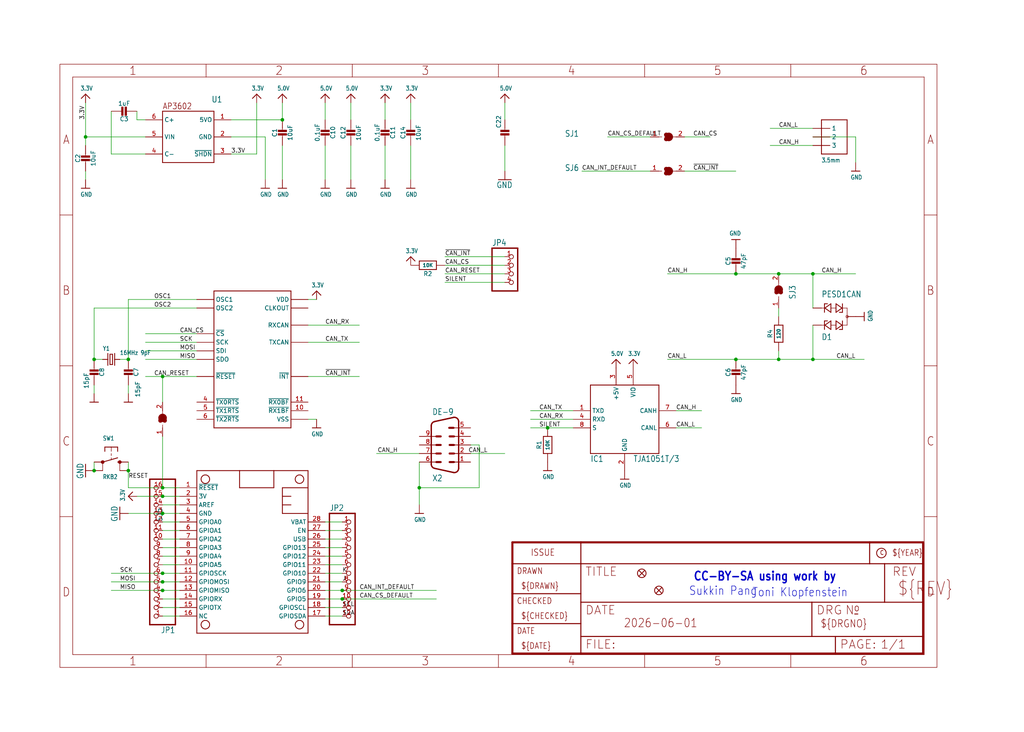
<source format=kicad_sch>
(kicad_sch (version 20230121) (generator eeschema)
  (paper "User" 303.962 217.322)
  (lib_symbols
    (symbol "working-eagle-import:3.3V" (power)
      (property "Value" "3.3V" (at -1.524 1.016 0))
      (symbol "3.3V_1_0"
        (pin power_in line (at 0 -2.54 90) (length 2.54) (name "3.3V") (number "1"))
      )
    )
    (symbol "working-eagle-import:5.0V" (power)
      (property "Value" "5.0V" (at -1.524 1.016 0))
      (symbol "5.0V_1_0"
        (pin power_in line (at 0 -2.54 90) (length 2.54) (name "5.0V") (number "1"))
      )
    )
    (symbol "working-eagle-import:AP3602"
      (property "Reference" "IC" (at -7.62 -10.16 0))
      (symbol "AP3602_1_0"
        (text "AP3602" (at 7.62 10.16 0) (effects (font (size 1.778 1.5113)) (justify right top)))
        (pin power_in line (at -12.7 5.08 0) (length 5.08) (name "5VO") (number "1"))
        (pin power_in line (at -12.7 0 0) (length 5.08) (name "GND") (number "2"))
        (pin input line (at -12.7 -5.08 0) (length 5.08) (name "~{SHDN}") (number "3"))
        (pin bidirectional line (at 12.7 -5.08 180) (length 5.08) (name "C-") (number "4"))
        (pin power_in line (at 12.7 0 180) (length 5.08) (name "VIN") (number "5"))
        (pin bidirectional line (at 12.7 5.08 180) (length 5.08) (name "C+") (number "6"))
      )
    )
    (symbol "working-eagle-import:CAN_TRANSCIEVER_TCAN1051V"
      (property "Reference" "IC" (at -10.16 -12.7 0))
      (symbol "CAN_TRANSCIEVER_TCAN1051V_1_0"
        (pin input line (at -15.24 2.54 0) (length 5.08) (name "TXD") (number "1"))
        (pin power_in line (at 0 -15.24 90) (length 5.08) (name "GND") (number "2"))
        (pin power_in line (at -2.54 15.24 270) (length 5.08) (name "+5V") (number "3"))
        (pin output line (at -15.24 0 0) (length 5.08) (name "RXD") (number "4"))
        (pin power_in line (at 2.54 15.24 270) (length 5.08) (name "VIO") (number "5"))
        (pin bidirectional line (at 15.24 -2.54 180) (length 5.08) (name "CANL") (number "6"))
        (pin bidirectional line (at 15.24 2.54 180) (length 5.08) (name "CANH") (number "7"))
        (pin input line (at -15.24 -2.54 0) (length 5.08) (name "S") (number "8"))
      )
    )
    (symbol "working-eagle-import:CAP_CERAMIC0603_NO"
      (property "Reference" "C" (at -2.29 1.25 90))
      (symbol "CAP_CERAMIC0603_NO_1_0"
        (pin passive line (at 0 5.08 270) (length 2.54) (name "1") (number "1"))
        (pin passive line (at 0 -2.54 90) (length 2.54) (name "2") (number "2"))
      )
    )
    (symbol "working-eagle-import:CAP_CERAMIC0805-NOOUTLINE"
      (property "Reference" "C" (at -2.29 1.25 90))
      (symbol "CAP_CERAMIC0805-NOOUTLINE_1_0"
        (pin passive line (at 0 5.08 270) (length 2.54) (name "1") (number "1"))
        (pin passive line (at 0 -2.54 90) (length 2.54) (name "2") (number "2"))
      )
    )
    (symbol "working-eagle-import:CRYSTAL3.2X2.5"
      (property "Reference" "Y" (at -2.54 2.54 0))
      (symbol "CRYSTAL3.2X2.5_1_0"
        (pin passive line (at -2.54 0 0) (length 0) (name "1") (number "1"))
        (pin passive line (at 2.54 0 180) (length 0) (name "2") (number "2"))
      )
    )
    (symbol "working-eagle-import:FEATHERWING_NODIM"
      (symbol "FEATHERWING_NODIM_1_0"
        (pin input line (at 5.08 -5.08 90) (length 5.08) (name "~{RESET}") (number "1"))
        (pin bidirectional line (at 27.94 -5.08 90) (length 5.08) (name "GPIOA5") (number "10"))
        (pin bidirectional line (at 30.48 -5.08 90) (length 5.08) (name "GPIOSCK") (number "11"))
        (pin bidirectional line (at 33.02 -5.08 90) (length 5.08) (name "GPIOMOSI") (number "12"))
        (pin bidirectional line (at 35.56 -5.08 90) (length 5.08) (name "GPIOMISO") (number "13"))
        (pin bidirectional line (at 38.1 -5.08 90) (length 5.08) (name "GPIORX") (number "14"))
        (pin bidirectional line (at 40.64 -5.08 90) (length 5.08) (name "GPIOTX") (number "15"))
        (pin passive line (at 43.18 -5.08 90) (length 5.08) (name "NC") (number "16"))
        (pin bidirectional line (at 43.18 38.1 270) (length 5.08) (name "GPIOSDA") (number "17"))
        (pin bidirectional line (at 40.64 38.1 270) (length 5.08) (name "GPIOSCL") (number "18"))
        (pin bidirectional line (at 38.1 38.1 270) (length 5.08) (name "GPIO5") (number "19"))
        (pin power_in line (at 7.62 -5.08 90) (length 5.08) (name "3V") (number "2"))
        (pin bidirectional line (at 35.56 38.1 270) (length 5.08) (name "GPIO6") (number "20"))
        (pin bidirectional line (at 33.02 38.1 270) (length 5.08) (name "GPIO9") (number "21"))
        (pin bidirectional line (at 30.48 38.1 270) (length 5.08) (name "GPIO10") (number "22"))
        (pin bidirectional line (at 27.94 38.1 270) (length 5.08) (name "GPIO11") (number "23"))
        (pin bidirectional line (at 25.4 38.1 270) (length 5.08) (name "GPIO12") (number "24"))
        (pin bidirectional line (at 22.86 38.1 270) (length 5.08) (name "GPIO13") (number "25"))
        (pin power_in line (at 20.32 38.1 270) (length 5.08) (name "USB") (number "26"))
        (pin passive line (at 17.78 38.1 270) (length 5.08) (name "EN") (number "27"))
        (pin power_in line (at 15.24 38.1 270) (length 5.08) (name "VBAT") (number "28"))
        (pin passive line (at 10.16 -5.08 90) (length 5.08) (name "AREF") (number "3"))
        (pin power_in line (at 12.7 -5.08 90) (length 5.08) (name "GND") (number "4"))
        (pin bidirectional line (at 15.24 -5.08 90) (length 5.08) (name "GPIOA0") (number "5"))
        (pin bidirectional line (at 17.78 -5.08 90) (length 5.08) (name "GPIOA1") (number "6"))
        (pin bidirectional line (at 20.32 -5.08 90) (length 5.08) (name "GPIOA2") (number "7"))
        (pin bidirectional line (at 22.86 -5.08 90) (length 5.08) (name "GPIOA3") (number "8"))
        (pin bidirectional line (at 25.4 -5.08 90) (length 5.08) (name "GPIOA4") (number "9"))
      )
    )
    (symbol "working-eagle-import:FIDUCIAL_1MM")
    (symbol "working-eagle-import:FRAME_A4"
      (symbol "FRAME_A4_1_0"
        (text "1" (at 21.6958 1.905 0) (effects (font (size 2.54 2.286))))
        (text "1" (at 21.6958 177.165 0) (effects (font (size 2.54 2.286))))
        (text "2" (at 65.0875 1.905 0) (effects (font (size 2.54 2.286))))
        (text "2" (at 65.0875 177.165 0) (effects (font (size 2.54 2.286))))
        (text "3" (at 108.4792 1.905 0) (effects (font (size 2.54 2.286))))
        (text "3" (at 108.4792 177.165 0) (effects (font (size 2.54 2.286))))
        (text "4" (at 151.8708 1.905 0) (effects (font (size 2.54 2.286))))
        (text "4" (at 151.8708 177.165 0) (effects (font (size 2.54 2.286))))
        (text "5" (at 195.2625 1.905 0) (effects (font (size 2.54 2.286))))
        (text "5" (at 195.2625 177.165 0) (effects (font (size 2.54 2.286))))
        (text "6" (at 238.6542 1.905 0) (effects (font (size 2.54 2.286))))
        (text "6" (at 238.6542 177.165 0) (effects (font (size 2.54 2.286))))
        (text "A" (at 1.905 156.6863 0) (effects (font (size 2.54 2.286))))
        (text "A" (at 258.445 156.6863 0) (effects (font (size 2.54 2.286))))
        (text "B" (at 1.905 111.9188 0) (effects (font (size 2.54 2.286))))
        (text "B" (at 258.445 111.9188 0) (effects (font (size 2.54 2.286))))
        (text "C" (at 1.905 67.1513 0) (effects (font (size 2.54 2.286))))
        (text "C" (at 258.445 67.1513 0) (effects (font (size 2.54 2.286))))
        (text "D" (at 1.905 22.3838 0) (effects (font (size 2.54 2.286))))
        (text "D" (at 258.445 22.3838 0) (effects (font (size 2.54 2.286))))
      )
      (symbol "FRAME_A4_2_0"
        (text "${#}/${##}" (at 108.9152 2.8448 0) (effects (font (size 2.54 2.54)) (justify left bottom)))
        (text "${CHECKED}" (at 2.2352 11.7348 0) (effects (font (size 1.778 1.5113)) (justify left bottom)))
        (text "${COMPANY}" (at 23.349 29.6735 0) (effects (font (size 3.175 2.6987) (thickness 0.5397) bold) (justify left bottom)))
        (text "${CURRENT_DATE}" (at 32.7152 9.1948 0) (effects (font (size 2.54 2.159)) (justify left bottom)))
        (text "${DATE}" (at 2.2352 2.8448 0) (effects (font (size 1.778 1.5113)) (justify left bottom)))
        (text "${DRAWN}" (at 2.2352 20.6248 0) (effects (font (size 1.778 1.5113)) (justify left bottom)))
        (text "${DRGNO}" (at 91.1352 9.1948 0) (effects (font (size 2.1844 1.8567)) (justify left bottom)))
        (text "${PROJECTNAME}" (at 33.0327 2.8448 0) (effects (font (size 2.54 2.159)) (justify left bottom)))
        (text "${REV}" (at 113.9952 18.7198 0) (effects (font (size 3.81 3.2385)) (justify left bottom)))
        (text "${YEAR}" (at 112.4077 30.4673 0) (effects (font (size 1.778 1.5113)) (justify left bottom)))
        (text "C" (at 108.7564 30.7848 0) (effects (font (size 1.27 1.0795)) (justify left bottom)))
        (text "CHECKED" (at 0.9652 16.1798 0) (effects (font (size 1.778 1.5113)) (justify left bottom)))
        (text "DATE" (at 0.9652 7.2898 0) (effects (font (size 1.778 1.5113)) (justify left bottom)))
        (text "DATE" (at 21.2852 13.0048 0) (effects (font (size 2.54 2.54)) (justify left bottom)))
        (text "DRAWN" (at 0.9652 25.0698 0) (effects (font (size 1.778 1.5113)) (justify left bottom)))
        (text "DRG" (at 89.8652 13.0048 0) (effects (font (size 2.54 2.54)) (justify left bottom)))
        (text "FILE:" (at 21.2852 2.8448 0) (effects (font (size 2.54 2.54)) (justify left bottom)))
        (text "ISSUE" (at 5.0927 30.4673 0) (effects (font (size 1.9304 1.6408)) (justify left bottom)))
        (text "N" (at 98.4377 13.0048 0) (effects (font (size 2.54 2.54)) (justify left bottom)))
        (text "o" (at 100.9777 13.9573 0) (effects (font (size 2.1844 1.8567)) (justify left bottom)))
        (text "PAGE:" (at 96.8502 2.8448 0) (effects (font (size 2.54 2.54)) (justify left bottom)))
        (text "REV" (at 112.4077 24.4348 0) (effects (font (size 2.54 2.54)) (justify left bottom)))
        (text "TITLE" (at 21.2852 24.4348 0) (effects (font (size 2.54 2.54)) (justify left bottom)))
      )
    )
    (symbol "working-eagle-import:GND" (power)
      (property "Value" "GND" (at -2.54 -2.54 0))
      (symbol "GND_1_0"
        (pin power_in line (at 0 2.54 270) (length 2.54) (name "GND") (number "1"))
      )
    )
    (symbol "working-eagle-import:HEADER-1X12"
      (property "Reference" "JP" (at -6.35 18.415 0))
      (symbol "HEADER-1X12_1_0"
        (pin passive inverted (at -2.54 15.24 0) (length 2.54) (name "1") (number "1"))
        (pin passive inverted (at -2.54 -7.62 0) (length 2.54) (name "10") (number "10"))
        (pin passive inverted (at -2.54 -10.16 0) (length 2.54) (name "11") (number "11"))
        (pin passive inverted (at -2.54 -12.7 0) (length 2.54) (name "12") (number "12"))
        (pin passive inverted (at -2.54 12.7 0) (length 2.54) (name "2") (number "2"))
        (pin passive inverted (at -2.54 10.16 0) (length 2.54) (name "3") (number "3"))
        (pin passive inverted (at -2.54 7.62 0) (length 2.54) (name "4") (number "4"))
        (pin passive inverted (at -2.54 5.08 0) (length 2.54) (name "5") (number "5"))
        (pin passive inverted (at -2.54 2.54 0) (length 2.54) (name "6") (number "6"))
        (pin passive inverted (at -2.54 0 0) (length 2.54) (name "7") (number "7"))
        (pin passive inverted (at -2.54 -2.54 0) (length 2.54) (name "8") (number "8"))
        (pin passive inverted (at -2.54 -5.08 0) (length 2.54) (name "9") (number "9"))
      )
    )
    (symbol "working-eagle-import:HEADER-1X16ROUND"
      (property "Reference" "JP" (at -6.35 20.955 0))
      (symbol "HEADER-1X16ROUND_1_0"
        (pin passive inverted (at -2.54 17.78 0) (length 2.54) (name "1") (number "1"))
        (pin passive inverted (at -2.54 -5.08 0) (length 2.54) (name "10") (number "10"))
        (pin passive inverted (at -2.54 -7.62 0) (length 2.54) (name "11") (number "11"))
        (pin passive inverted (at -2.54 -10.16 0) (length 2.54) (name "12") (number "12"))
        (pin passive inverted (at -2.54 -12.7 0) (length 2.54) (name "13") (number "13"))
        (pin passive inverted (at -2.54 -15.24 0) (length 2.54) (name "14") (number "14"))
        (pin passive inverted (at -2.54 -17.78 0) (length 2.54) (name "15") (number "15"))
        (pin passive inverted (at -2.54 -20.32 0) (length 2.54) (name "16") (number "16"))
        (pin passive inverted (at -2.54 15.24 0) (length 2.54) (name "2") (number "2"))
        (pin passive inverted (at -2.54 12.7 0) (length 2.54) (name "3") (number "3"))
        (pin passive inverted (at -2.54 10.16 0) (length 2.54) (name "4") (number "4"))
        (pin passive inverted (at -2.54 7.62 0) (length 2.54) (name "5") (number "5"))
        (pin passive inverted (at -2.54 5.08 0) (length 2.54) (name "6") (number "6"))
        (pin passive inverted (at -2.54 2.54 0) (length 2.54) (name "7") (number "7"))
        (pin passive inverted (at -2.54 0 0) (length 2.54) (name "8") (number "8"))
        (pin passive inverted (at -2.54 -2.54 0) (length 2.54) (name "9") (number "9"))
      )
    )
    (symbol "working-eagle-import:HEADER-1X4ROUND"
      (property "Reference" "JP" (at -6.35 8.255 0))
      (symbol "HEADER-1X4ROUND_1_0"
        (pin passive inverted (at -2.54 5.08 0) (length 2.54) (name "1") (number "1"))
        (pin passive inverted (at -2.54 2.54 0) (length 2.54) (name "2") (number "2"))
        (pin passive inverted (at -2.54 0 0) (length 2.54) (name "3") (number "3"))
        (pin passive inverted (at -2.54 -2.54 0) (length 2.54) (name "4") (number "4"))
      )
    )
    (symbol "working-eagle-import:M09D"
      (property "Reference" "X" (at -3.81 8.89 0))
      (symbol "M09D_1_0"
        (pin passive line (at 7.62 5.08 180) (length 5.08) (name "1") (number "1"))
        (pin passive line (at 7.62 2.54 180) (length 5.08) (name "2") (number "2"))
        (pin passive line (at 7.62 0 180) (length 5.08) (name "3") (number "3"))
        (pin passive line (at 7.62 -2.54 180) (length 5.08) (name "4") (number "4"))
        (pin passive line (at 7.62 -5.08 180) (length 5.08) (name "5") (number "5"))
        (pin passive line (at -7.62 5.08 0) (length 5.08) (name "6") (number "6"))
        (pin passive line (at -7.62 2.54 0) (length 5.08) (name "7") (number "7"))
        (pin passive line (at -7.62 0 0) (length 5.08) (name "8") (number "8"))
        (pin passive line (at -7.62 -2.54 0) (length 5.08) (name "9") (number "9"))
      )
    )
    (symbol "working-eagle-import:MCP2515/SO"
      (symbol "MCP2515/SO_1_0"
        (pin bidirectional line (at 17.78 5.08 180) (length 5.08) (name "TXCAN") (number "1"))
        (pin bidirectional line (at 17.78 -15.24 180) (length 5.08) (name "~{RX1BF}") (number "10"))
        (pin bidirectional line (at 17.78 -12.7 180) (length 5.08) (name "~{RX0BF}") (number "11"))
        (pin bidirectional line (at 17.78 -5.08 180) (length 5.08) (name "~{INT}") (number "12"))
        (pin input line (at -15.24 5.08 0) (length 5.08) (name "SCK") (number "13"))
        (pin input line (at -15.24 2.54 0) (length 5.08) (name "SDI") (number "14"))
        (pin output line (at -15.24 0 0) (length 5.08) (name "SDO") (number "15"))
        (pin input line (at -15.24 7.62 0) (length 5.08) (name "~{CS}") (number "16"))
        (pin input line (at -15.24 -5.08 0) (length 5.08) (name "~{RESET}") (number "17"))
        (pin power_in line (at 17.78 17.78 180) (length 5.08) (name "VDD") (number "18"))
        (pin bidirectional line (at 17.78 10.16 180) (length 5.08) (name "RXCAN") (number "2"))
        (pin output line (at 17.78 15.24 180) (length 5.08) (name "CLKOUT") (number "3"))
        (pin bidirectional line (at -15.24 -12.7 0) (length 5.08) (name "~{TX0RTS}") (number "4"))
        (pin bidirectional line (at -15.24 -15.24 0) (length 5.08) (name "~{TX1RTS}") (number "5"))
        (pin bidirectional line (at -15.24 -17.78 0) (length 5.08) (name "~{TX2RTS}") (number "6"))
        (pin bidirectional line (at -15.24 15.24 0) (length 5.08) (name "OSC2") (number "7"))
        (pin bidirectional line (at -15.24 17.78 0) (length 5.08) (name "OSC1") (number "8"))
        (pin power_in line (at 17.78 -17.78 180) (length 5.08) (name "VSS") (number "9"))
      )
    )
    (symbol "working-eagle-import:PESD1CAN"
      (property "Reference" "D" (at -5.08 5.08 0))
      (symbol "PESD1CAN_1_0"
        (pin passive line (at -7.62 2.54 0) (length 2.54) (name "1") (number "1"))
        (pin passive line (at -7.62 -2.54 0) (length 2.54) (name "2") (number "2"))
        (pin passive line (at 5.08 0 180) (length 2.54) (name "3") (number "3"))
      )
    )
    (symbol "working-eagle-import:RESISTOR_0603_NOOUT"
      (property "Reference" "R" (at 0 2.54 0))
      (symbol "RESISTOR_0603_NOOUT_1_0"
        (pin passive line (at -5.08 0 0) (length 2.54) (name "1") (number "1"))
        (pin passive line (at 5.08 0 180) (length 2.54) (name "2") (number "2"))
      )
    )
    (symbol "working-eagle-import:SOLDERJUMPER_CLOSED"
      (property "Reference" "SJ" (at -2.54 2.54 0))
      (symbol "SOLDERJUMPER_CLOSED_1_0"
        (pin passive line (at -5.08 0 0) (length 2.54) (name "1") (number "1"))
        (pin passive line (at 5.08 0 180) (length 2.54) (name "2") (number "2"))
      )
    )
    (symbol "working-eagle-import:SWITCH_TACT_SMT_RKB2"
      (property "Reference" "SW" (at -2.54 6.35 0))
      (symbol "SWITCH_TACT_SMT_RKB2_1_0"
        (pin passive line (at -5.08 0 0) (length 2.54) (name "P") (number "A"))
        (pin passive line (at -5.08 -2.54 0) (length 2.54) (name "P1") (number "A'"))
        (pin passive line (at 5.08 0 180) (length 2.54) (name "S") (number "B"))
        (pin passive line (at 5.08 -2.54 180) (length 2.54) (name "S1") (number "B'"))
      )
    )
    (symbol "working-eagle-import:SparkFun-Aesthetics_GND" (power)
      (property "Value" "SparkFun-Aesthetics_GND" (at -2.54 -2.54 0))
      (symbol "SparkFun-Aesthetics_GND_1_0"
        (pin power_in line (at 0 2.54 270) (length 2.54) (name "GND") (number "1"))
      )
    )
    (symbol "working-eagle-import:TERMBLOCK_1X3"
      (property "Reference" "X" (at -2.54 7.62 0))
      (symbol "TERMBLOCK_1X3_1_0"
        (pin passive line (at -5.08 2.54 0) (length 5.08) (name "1") (number "1"))
        (pin passive line (at -5.08 0 0) (length 5.08) (name "2") (number "2"))
        (pin passive line (at -5.08 -2.54 0) (length 5.08) (name "3") (number "3"))
      )
    )
    (symbol "working-eagle-import:microbuilder_GND" (power)
      (property "Value" "microbuilder_GND" (at -1.524 -2.54 0))
      (symbol "microbuilder_GND_1_0"
        (pin power_in line (at 0 2.54 270) (length 2.54) (name "GND") (number "1"))
      )
    )
  )
  (junction (at 38.1 139.7))
  (junction (at 38.1 106.68))
  (junction (at 48.26 172.72))
  (junction (at 48.26 147.32))
  (junction (at 101.6 175.26))
  (junction (at 241.3 81.28))
  (junction (at 27.94 139.7))
  (junction (at 101.6 177.8))
  (junction (at 27.94 106.68))
  (junction (at 48.26 111.76))
  (junction (at 231.14 106.68))
  (junction (at 48.26 144.78))
  (junction (at 48.26 175.26))
  (junction (at 162.56 127))
  (junction (at 48.26 152.4))
  (junction (at 25.4 40.64))
  (junction (at 231.14 81.28))
  (junction (at 124.46 144.78))
  (junction (at 241.3 106.68))
  (junction (at 218.44 106.68))
  (junction (at 218.44 81.28))
  (junction (at 83.82 35.56))
  (junction (at 48.26 170.18))
  (wire (pts (xy 38.1 114.3) (xy 38.1 116.84)) (stroke (width 0.1524)))
  (wire (pts (xy 241.3 40.64) (xy 254 40.64)) (stroke (width 0.1524)))
  (wire (pts (xy 48.26 180.34) (xy 53.34 180.34)) (stroke (width 0.1524)))
  (wire (pts (xy 93.98 124.46) (xy 91.44 124.46)) (stroke (width 0.1524)))
  (wire (pts (xy 68.58 35.56) (xy 83.82 35.56)) (stroke (width 0.1524)))
  (wire (pts (xy 101.6 167.64) (xy 96.52 167.64)) (stroke (width 0.1524)))
  (wire (pts (xy 121.92 30.48) (xy 121.92 35.56)) (stroke (width 0.1524)))
  (wire (pts (xy 106.68 96.52) (xy 91.44 96.52)) (stroke (width 0.1524)))
  (wire (pts (xy 101.6 154.94) (xy 96.52 154.94)) (stroke (width 0.1524)))
  (wire (pts (xy 231.14 106.68) (xy 231.14 104.14)) (stroke (width 0.1524)))
  (wire (pts (xy 48.26 175.26) (xy 53.34 175.26)) (stroke (width 0.1524)))
  (wire (pts (xy 101.6 160.02) (xy 96.52 160.02)) (stroke (width 0.1524)))
  (wire (pts (xy 48.26 160.02) (xy 53.34 160.02)) (stroke (width 0.1524)))
  (wire (pts (xy 48.26 172.72) (xy 53.34 172.72)) (stroke (width 0.1524)))
  (wire (pts (xy 48.26 182.88) (xy 53.34 182.88)) (stroke (width 0.1524)))
  (wire (pts (xy 78.74 40.64) (xy 68.58 40.64)) (stroke (width 0.1524)))
  (wire (pts (xy 38.1 152.4) (xy 48.26 152.4)) (stroke (width 0.1524)))
  (wire (pts (xy 124.46 134.62) (xy 111.76 134.62)) (stroke (width 0.1524)))
  (wire (pts (xy 58.42 111.76) (xy 48.26 111.76)) (stroke (width 0.1524)))
  (wire (pts (xy 231.14 91.44) (xy 231.14 93.98)) (stroke (width 0.1524)))
  (wire (pts (xy 48.26 144.78) (xy 53.34 144.78)) (stroke (width 0.1524)))
  (wire (pts (xy 101.6 165.1) (xy 96.52 165.1)) (stroke (width 0.1524)))
  (wire (pts (xy 48.26 119.38) (xy 48.26 111.76)) (stroke (width 0.1524)))
  (wire (pts (xy 241.3 43.18) (xy 228.6 43.18)) (stroke (width 0.1524)))
  (wire (pts (xy 27.94 106.68) (xy 30.48 106.68)) (stroke (width 0.1524)))
  (wire (pts (xy 58.42 88.9) (xy 38.1 88.9)) (stroke (width 0.1524)))
  (wire (pts (xy 48.26 144.78) (xy 48.26 129.54)) (stroke (width 0.1524)))
  (wire (pts (xy 104.14 43.18) (xy 104.14 53.34)) (stroke (width 0.1524)))
  (wire (pts (xy 198.12 81.28) (xy 218.44 81.28)) (stroke (width 0.1524)))
  (wire (pts (xy 27.94 114.3) (xy 27.94 116.84)) (stroke (width 0.1524)))
  (wire (pts (xy 48.26 175.26) (xy 33.02 175.26)) (stroke (width 0.1524)))
  (wire (pts (xy 48.26 154.94) (xy 53.34 154.94)) (stroke (width 0.1524)))
  (wire (pts (xy 104.14 35.56) (xy 104.14 30.48)) (stroke (width 0.1524)))
  (wire (pts (xy 149.86 81.28) (xy 132.08 81.28)) (stroke (width 0.1524)))
  (wire (pts (xy 101.6 170.18) (xy 96.52 170.18)) (stroke (width 0.1524)))
  (wire (pts (xy 48.26 149.86) (xy 53.34 149.86)) (stroke (width 0.1524)))
  (wire (pts (xy 43.18 106.68) (xy 58.42 106.68)) (stroke (width 0.1524)))
  (wire (pts (xy 93.98 88.9) (xy 91.44 88.9)) (stroke (width 0.1524)))
  (wire (pts (xy 241.3 96.52) (xy 241.3 106.68)) (stroke (width 0.1524)))
  (wire (pts (xy 218.44 81.28) (xy 231.14 81.28)) (stroke (width 0.1524)))
  (wire (pts (xy 218.44 106.68) (xy 231.14 106.68)) (stroke (width 0.1524)))
  (wire (pts (xy 48.26 170.18) (xy 33.02 170.18)) (stroke (width 0.1524)))
  (wire (pts (xy 231.14 81.28) (xy 241.3 81.28)) (stroke (width 0.1524)))
  (wire (pts (xy 43.18 101.6) (xy 58.42 101.6)) (stroke (width 0.1524)))
  (wire (pts (xy 48.26 172.72) (xy 33.02 172.72)) (stroke (width 0.1524)))
  (wire (pts (xy 101.6 177.8) (xy 129.54 177.8)) (stroke (width 0.1524)))
  (wire (pts (xy 38.1 139.7) (xy 38.1 144.78)) (stroke (width 0.1524)))
  (wire (pts (xy 48.26 111.76) (xy 43.18 111.76)) (stroke (width 0.1524)))
  (wire (pts (xy 43.18 99.06) (xy 58.42 99.06)) (stroke (width 0.1524)))
  (wire (pts (xy 198.12 106.68) (xy 218.44 106.68)) (stroke (width 0.1524)))
  (wire (pts (xy 83.82 43.18) (xy 83.82 53.34)) (stroke (width 0.1524)))
  (wire (pts (xy 101.6 157.48) (xy 96.52 157.48)) (stroke (width 0.1524)))
  (wire (pts (xy 241.3 106.68) (xy 256.54 106.68)) (stroke (width 0.1524)))
  (wire (pts (xy 83.82 35.56) (xy 83.82 30.48)) (stroke (width 0.1524)))
  (wire (pts (xy 101.6 162.56) (xy 96.52 162.56)) (stroke (width 0.1524)))
  (wire (pts (xy 101.6 180.34) (xy 96.52 180.34)) (stroke (width 0.1524)))
  (wire (pts (xy 170.18 121.92) (xy 157.48 121.92)) (stroke (width 0.1524)))
  (wire (pts (xy 25.4 50.8) (xy 25.4 53.34)) (stroke (width 0.1524)))
  (wire (pts (xy 203.2 40.64) (xy 210.82 40.64)) (stroke (width 0.1524)))
  (wire (pts (xy 114.3 53.34) (xy 114.3 43.18)) (stroke (width 0.1524)))
  (wire (pts (xy 48.26 177.8) (xy 53.34 177.8)) (stroke (width 0.1524)))
  (wire (pts (xy 25.4 40.64) (xy 25.4 30.48)) (stroke (width 0.1524)))
  (wire (pts (xy 241.3 91.44) (xy 241.3 81.28)) (stroke (width 0.1524)))
  (wire (pts (xy 106.68 111.76) (xy 91.44 111.76)) (stroke (width 0.1524)))
  (wire (pts (xy 149.86 35.56) (xy 149.86 30.48)) (stroke (width 0.1524)))
  (wire (pts (xy 96.52 35.56) (xy 96.52 30.48)) (stroke (width 0.1524)))
  (wire (pts (xy 149.86 83.82) (xy 132.08 83.82)) (stroke (width 0.1524)))
  (wire (pts (xy 48.26 152.4) (xy 53.34 152.4)) (stroke (width 0.1524)))
  (wire (pts (xy 114.3 35.56) (xy 114.3 30.48)) (stroke (width 0.1524)))
  (wire (pts (xy 43.18 45.72) (xy 33.02 45.72)) (stroke (width 0.1524)))
  (wire (pts (xy 170.18 127) (xy 162.56 127)) (stroke (width 0.1524)))
  (wire (pts (xy 58.42 91.44) (xy 27.94 91.44)) (stroke (width 0.1524)))
  (wire (pts (xy 241.3 38.1) (xy 228.6 38.1)) (stroke (width 0.1524)))
  (wire (pts (xy 43.18 104.14) (xy 58.42 104.14)) (stroke (width 0.1524)))
  (wire (pts (xy 139.7 134.62) (xy 149.86 134.62)) (stroke (width 0.1524)))
  (wire (pts (xy 48.26 165.1) (xy 53.34 165.1)) (stroke (width 0.1524)))
  (wire (pts (xy 33.02 45.72) (xy 33.02 33.02)) (stroke (width 0.1524)))
  (wire (pts (xy 38.1 144.78) (xy 48.26 144.78)) (stroke (width 0.1524)))
  (wire (pts (xy 53.34 147.32) (xy 48.26 147.32)) (stroke (width 0.1524)))
  (wire (pts (xy 149.86 78.74) (xy 132.08 78.74)) (stroke (width 0.1524)))
  (wire (pts (xy 162.56 127) (xy 157.48 127)) (stroke (width 0.1524)))
  (wire (pts (xy 241.3 81.28) (xy 254 81.28)) (stroke (width 0.1524)))
  (wire (pts (xy 25.4 40.64) (xy 25.4 43.18)) (stroke (width 0.1524)))
  (wire (pts (xy 48.26 170.18) (xy 53.34 170.18)) (stroke (width 0.1524)))
  (wire (pts (xy 193.04 50.8) (xy 172.72 50.8)) (stroke (width 0.1524)))
  (wire (pts (xy 96.52 53.34) (xy 96.52 43.18)) (stroke (width 0.1524)))
  (wire (pts (xy 38.1 106.68) (xy 38.1 88.9)) (stroke (width 0.1524)))
  (wire (pts (xy 254 40.64) (xy 254 48.26)) (stroke (width 0.1524)))
  (wire (pts (xy 193.04 40.64) (xy 180.34 40.64)) (stroke (width 0.1524)))
  (wire (pts (xy 149.86 50.8) (xy 149.86 43.18)) (stroke (width 0.1524)))
  (wire (pts (xy 170.18 124.46) (xy 157.48 124.46)) (stroke (width 0.1524)))
  (wire (pts (xy 132.08 76.2) (xy 149.86 76.2)) (stroke (width 0.1524)))
  (wire (pts (xy 101.6 177.8) (xy 96.52 177.8)) (stroke (width 0.1524)))
  (wire (pts (xy 231.14 106.68) (xy 241.3 106.68)) (stroke (width 0.1524)))
  (wire (pts (xy 78.74 53.34) (xy 78.74 40.64)) (stroke (width 0.1524)))
  (wire (pts (xy 38.1 106.68) (xy 35.56 106.68)) (stroke (width 0.1524)))
  (wire (pts (xy 200.66 121.92) (xy 208.28 121.92)) (stroke (width 0.1524)))
  (wire (pts (xy 76.2 30.48) (xy 76.2 45.72)) (stroke (width 0.1524)))
  (wire (pts (xy 40.64 33.02) (xy 40.64 35.56)) (stroke (width 0.1524)))
  (wire (pts (xy 200.66 127) (xy 208.28 127)) (stroke (width 0.1524)))
  (wire (pts (xy 142.24 144.78) (xy 124.46 144.78)) (stroke (width 0.1524)))
  (wire (pts (xy 101.6 175.26) (xy 96.52 175.26)) (stroke (width 0.1524)))
  (wire (pts (xy 48.26 157.48) (xy 53.34 157.48)) (stroke (width 0.1524)))
  (wire (pts (xy 139.7 132.08) (xy 142.24 132.08)) (stroke (width 0.1524)))
  (wire (pts (xy 101.6 175.26) (xy 129.54 175.26)) (stroke (width 0.1524)))
  (wire (pts (xy 68.58 45.72) (xy 76.2 45.72)) (stroke (width 0.1524)))
  (wire (pts (xy 124.46 149.86) (xy 124.46 144.78)) (stroke (width 0.1524)))
  (wire (pts (xy 106.68 101.6) (xy 91.44 101.6)) (stroke (width 0.1524)))
  (wire (pts (xy 38.1 137.16) (xy 38.1 139.7)) (stroke (width 0.1524)))
  (wire (pts (xy 121.92 43.18) (xy 121.92 53.34)) (stroke (width 0.1524)))
  (wire (pts (xy 48.26 162.56) (xy 53.34 162.56)) (stroke (width 0.1524)))
  (wire (pts (xy 27.94 91.44) (xy 27.94 106.68)) (stroke (width 0.1524)))
  (wire (pts (xy 218.44 50.8) (xy 203.2 50.8)) (stroke (width 0.1524)))
  (wire (pts (xy 142.24 132.08) (xy 142.24 144.78)) (stroke (width 0.1524)))
  (wire (pts (xy 40.64 35.56) (xy 43.18 35.56)) (stroke (width 0.1524)))
  (wire (pts (xy 101.6 182.88) (xy 96.52 182.88)) (stroke (width 0.1524)))
  (wire (pts (xy 43.18 40.64) (xy 25.4 40.64)) (stroke (width 0.1524)))
  (wire (pts (xy 27.94 139.7) (xy 27.94 137.16)) (stroke (width 0.1524)))
  (wire (pts (xy 48.26 147.32) (xy 40.64 147.32)) (stroke (width 0.1524)))
  (wire (pts (xy 101.6 172.72) (xy 96.52 172.72)) (stroke (width 0.1524)))
  (wire (pts (xy 48.26 167.64) (xy 53.34 167.64)) (stroke (width 0.1524)))
  (wire (pts (xy 124.46 144.78) (xy 124.46 137.16)) (stroke (width 0.1524)))
  (text "Toni Klopfenstein" (at 251.714 174.498 0) (effects (font (size 2.54 2.159)) (justify right top)))
  (text "CC-BY-SA using work by" (at 205.74 172.72 0) (effects (font (size 2.54 2.159) (thickness 0.4318) bold) (justify left bottom)))
  (text "Sukkin Pang" (at 204.47 177.038 0) (effects (font (size 2.54 2.159)) (justify left bottom)))
  (label "J" (at 101.6 172.72 0) (effects (font (size 1.2446 1.2446))))
  (label "CAN_L" (at 231.14 38.1 0) (effects (font (size 1.2446 1.2446))))
  (label "~{CAN_INT}" (at 96.52 111.76 0) (effects (font (size 1.2446 1.2446))))
  (label "MOSI" (at 35.56 172.72 0) (effects (font (size 1.2446 1.2446))))
  (label "SCK" (at 35.56 170.18 0) (effects (font (size 1.2446 1.2446))))
  (label "MOSI" (at 53.34 104.14 0) (effects (font (size 1.2446 1.2446))))
  (label "SDA" (at 101.6 182.88 0) (effects (font (size 1.2446 1.2446))))
  (label "3.3V" (at 68.58 45.72 0) (effects (font (size 1.2446 1.2446))))
  (label "CAN_RX" (at 96.52 96.52 0) (effects (font (size 1.2446 1.2446))))
  (label "SILENT" (at 132.08 83.82 0) (effects (font (size 1.2446 1.2446))))
  (label "CAN_INT_DEFAULT" (at 172.72 50.8 0) (effects (font (size 1.2446 1.2446))))
  (label "MISO" (at 53.34 106.68 0) (effects (font (size 1.2446 1.2446))))
  (label "OSC1" (at 45.72 88.9 0) (effects (font (size 1.2446 1.2446))))
  (label "CAN_H" (at 243.84 81.28 0) (effects (font (size 1.2446 1.2446))))
  (label "CAN_CS" (at 132.08 78.74 0) (effects (font (size 1.2446 1.2446))))
  (label "CAN_H" (at 118.11 134.62 180) (effects (font (size 1.2446 1.2446))))
  (label "CAN_L" (at 198.12 106.68 0) (effects (font (size 1.2446 1.2446))))
  (label "CAN_RX" (at 160.02 124.46 0) (effects (font (size 1.2446 1.2446))))
  (label "CAN_CS" (at 205.74 40.64 0) (effects (font (size 1.2446 1.2446))))
  (label "CAN_TX" (at 160.02 121.92 0) (effects (font (size 1.2446 1.2446))))
  (label "CAN_INT_DEFAULT" (at 106.68 175.26 0) (effects (font (size 1.2446 1.2446))))
  (label "SCK" (at 53.34 101.6 0) (effects (font (size 1.2446 1.2446))))
  (label "CAN_TX" (at 96.52 101.6 0) (effects (font (size 1.2446 1.2446))))
  (label "CAN_L" (at 254 106.68 180) (effects (font (size 1.2446 1.2446))))
  (label "CAN_H" (at 200.66 121.92 0) (effects (font (size 1.2446 1.2446))))
  (label "CAN_RESET" (at 45.72 111.76 0) (effects (font (size 1.2446 1.2446))))
  (label "CAN_CS_DEFAULT" (at 106.68 177.8 0) (effects (font (size 1.2446 1.2446))))
  (label "RESET" (at 38.1 142.24 0) (effects (font (size 1.2446 1.2446))))
  (label "SCL" (at 101.6 180.34 0) (effects (font (size 1.2446 1.2446))))
  (label "MISO" (at 35.56 175.26 0) (effects (font (size 1.2446 1.2446))))
  (label "CAN_H" (at 198.12 81.28 0) (effects (font (size 1.2446 1.2446))))
  (label "CAN_CS_DEFAULT" (at 180.34 40.64 0) (effects (font (size 1.2446 1.2446))))
  (label "CAN_L" (at 200.66 127 0) (effects (font (size 1.2446 1.2446))))
  (label "SILENT" (at 160.02 127 0) (effects (font (size 1.2446 1.2446))))
  (label "~{CAN_INT}" (at 205.74 50.8 0) (effects (font (size 1.2446 1.2446))))
  (label "OSC2" (at 45.72 91.44 0) (effects (font (size 1.2446 1.2446))))
  (label "CAN_H" (at 231.14 43.18 0) (effects (font (size 1.2446 1.2446))))
  (label "K" (at 101.6 170.18 0) (effects (font (size 1.2446 1.2446))))
  (label "CAN_RESET" (at 132.08 81.28 0) (effects (font (size 1.2446 1.2446))))
  (label "CAN_CS" (at 53.34 99.06 0) (effects (font (size 1.2446 1.2446))))
  (label "CAN_L" (at 144.78 134.62 180) (effects (font (size 1.2446 1.2446))))
  (label "~{CAN_INT}" (at 132.08 76.2 0) (effects (font (size 1.2446 1.2446))))
  (label "3.3V" (at 25.4 35.56 90) (effects (font (size 1.2446 1.2446))))
  (symbol (lib_id "working-eagle-import:5.0V") (at 96.52 27.94 0) (unit 1)
    (property "Reference" "#U$18" (effects hide))
    (property "Value" "5.0V" (at 94.996 26.924 0) (effects (font (size 1.27 1.0795)) (justify left bottom)))
  )
  (symbol (lib_id "working-eagle-import:microbuilder_GND") (at 162.56 139.7 0) (unit 1)
    (property "Reference" "#U$12" (effects hide))
    (property "Value" "GND" (at 161.036 142.24 0) (effects (font (size 1.27 1.0795)) (justify left bottom)))
  )
  (symbol (lib_id "working-eagle-import:FRAME_A4") (at 152.4 195.58 0) (unit 2)
    (property "Reference" "#FRAME1" (effects hide))
    (property "Value" "FRAME_A4" (effects hide))
  )
  (symbol (lib_id "working-eagle-import:GND") (at 25.4 139.7 270) (mirror x) (unit 1)
    (property "Reference" "#GND3" (effects hide))
    (property "Value" "GND" (at 22.86 142.24 0) (effects (font (size 1.778 1.5113)) (justify left bottom)))
  )
  (symbol (lib_id "working-eagle-import:3.3V") (at 93.98 86.36 0) (unit 1)
    (property "Reference" "#U$16" (effects hide))
    (property "Value" "3.3V" (at 92.456 85.344 0) (effects (font (size 1.27 1.0795)) (justify left bottom)))
  )
  (symbol (lib_id "working-eagle-import:microbuilder_GND") (at 78.74 55.88 0) (unit 1)
    (property "Reference" "#U$13" (effects hide))
    (property "Value" "GND" (at 77.216 58.42 0) (effects (font (size 1.27 1.0795)) (justify left bottom)))
  )
  (symbol (lib_id "working-eagle-import:CAN_TRANSCIEVER_TCAN1051V") (at 185.42 124.46 0) (unit 1)
    (property "Reference" "IC1" (at 175.26 137.16 0) (effects (font (size 1.778 1.5113)) (justify left bottom)))
    (property "Value" "TJA1051T/3" (at 187.96 137.16 0) (effects (font (size 1.778 1.5113)) (justify left bottom)))
    (property "Footprint" "working:SOIC8_150MIL" (effects hide))
  )
  (symbol (lib_id "working-eagle-import:CAP_CERAMIC0603_NO") (at 27.94 109.22 180) (unit 1)
    (property "Reference" "C8" (at 30.23 110.47 90))
    (property "Value" "15pF" (at 25.64 113.01 90))
    (property "Footprint" "working:0603-NO" (effects hide))
  )
  (symbol (lib_id "working-eagle-import:microbuilder_GND") (at 27.94 119.38 0) (unit 1)
    (property "Reference" "#U$26" (effects hide))
    (property "Value" "GND" (effects hide))
  )
  (symbol (lib_id "working-eagle-import:3.3V") (at 38.1 147.32 90) (unit 1)
    (property "Reference" "#U$1" (effects hide))
    (property "Value" "3.3V" (at 37.084 148.844 0) (effects (font (size 1.27 1.0795)) (justify left bottom)))
  )
  (symbol (lib_id "working-eagle-import:CRYSTAL3.2X2.5") (at 33.02 106.68 0) (unit 1)
    (property "Reference" "Y1" (at 30.48 104.14 0) (effects (font (size 1.27 1.0795)) (justify left bottom)))
    (property "Value" "16MHz 9pF" (at 35.56 105.41 0) (effects (font (size 1.27 1.0795)) (justify left bottom)))
    (property "Footprint" "working:CRYSTAL_3.2X2.5" (effects hide))
  )
  (symbol (lib_id "working-eagle-import:FEATHERWING_NODIM") (at 58.42 139.7 270) (unit 1)
    (property "Reference" "MS1" (effects hide))
    (property "Value" "FEATHERWING_NODIM" (effects hide))
    (property "Footprint" "working:FEATHERWING_NODIM" (effects hide))
  )
  (symbol (lib_id "working-eagle-import:CAP_CERAMIC0805-NOOUTLINE") (at 104.14 40.64 0) (unit 1)
    (property "Reference" "C12" (at 101.85 39.39 90))
    (property "Value" "10uF" (at 106.44 39.39 90))
    (property "Footprint" "working:0805-NO" (effects hide))
  )
  (symbol (lib_id "working-eagle-import:M09D") (at 132.08 132.08 0) (mirror x) (unit 1)
    (property "Reference" "X2" (at 128.27 140.97 0) (effects (font (size 1.778 1.5113)) (justify left bottom)))
    (property "Value" "DE-9" (at 128.27 121.285 0) (effects (font (size 1.778 1.5113)) (justify left bottom)))
    (property "Footprint" "working:M09D" (effects hide))
  )
  (symbol (lib_id "working-eagle-import:3.3V") (at 121.92 76.2 0) (unit 1)
    (property "Reference" "#U$17" (effects hide))
    (property "Value" "3.3V" (at 120.396 75.184 0) (effects (font (size 1.27 1.0795)) (justify left bottom)))
  )
  (symbol (lib_id "working-eagle-import:microbuilder_GND") (at 185.42 142.24 0) (unit 1)
    (property "Reference" "#U$32" (effects hide))
    (property "Value" "GND" (at 183.896 144.78 0) (effects (font (size 1.27 1.0795)) (justify left bottom)))
  )
  (symbol (lib_id "working-eagle-import:CAP_CERAMIC0603_NO") (at 38.1 109.22 180) (unit 1)
    (property "Reference" "C7" (at 40.39 110.47 90))
    (property "Value" "15pF" (at 40.88 115.55 90))
    (property "Footprint" "working:0603-NO" (effects hide))
  )
  (symbol (lib_id "working-eagle-import:SOLDERJUMPER_CLOSED") (at 48.26 124.46 90) (unit 1)
    (property "Reference" "SJ5" (at 48.26 154.94 0) (effects (font (size 1.778 1.5113)) (justify left bottom)))
    (property "Value" "SOLDERJUMPER_CLOSED" (effects hide))
    (property "Footprint" "working:SOLDERJUMPER_CLOSEDWIRE" (effects hide))
  )
  (symbol (lib_id "working-eagle-import:microbuilder_GND") (at 83.82 55.88 0) (unit 1)
    (property "Reference" "#U$4" (effects hide))
    (property "Value" "GND" (at 82.296 58.42 0) (effects (font (size 1.27 1.0795)) (justify left bottom)))
  )
  (symbol (lib_id "working-eagle-import:microbuilder_GND") (at 104.14 55.88 0) (unit 1)
    (property "Reference" "#U$6" (effects hide))
    (property "Value" "GND" (at 102.616 58.42 0) (effects (font (size 1.27 1.0795)) (justify left bottom)))
  )
  (symbol (lib_id "working-eagle-import:RESISTOR_0603_NOOUT") (at 127 78.74 180) (unit 1)
    (property "Reference" "R2" (at 127 81.28 0))
    (property "Value" "10K" (at 127 78.74 0) (effects (font (size 1.016 1.016) bold)))
    (property "Footprint" "working:0603-NO" (effects hide))
  )
  (symbol (lib_id "working-eagle-import:3.3V") (at 187.96 106.68 0) (unit 1)
    (property "Reference" "#U$20" (effects hide))
    (property "Value" "3.3V" (at 186.436 105.664 0) (effects (font (size 1.27 1.0795)) (justify left bottom)))
  )
  (symbol (lib_id "working-eagle-import:SparkFun-Aesthetics_GND") (at 149.86 53.34 0) (unit 1)
    (property "Reference" "#GND1" (effects hide))
    (property "Value" "GND" (at 147.32 55.88 0) (effects (font (size 1.778 1.5113)) (justify left bottom)))
  )
  (symbol (lib_id "working-eagle-import:3.3V") (at 121.92 27.94 0) (unit 1)
    (property "Reference" "#U$30" (effects hide))
    (property "Value" "3.3V" (at 120.396 26.924 0) (effects (font (size 1.27 1.0795)) (justify left bottom)))
  )
  (symbol (lib_id "working-eagle-import:HEADER-1X4ROUND") (at 152.4 81.28 0) (unit 1)
    (property "Reference" "JP4" (at 146.05 73.025 0) (effects (font (size 1.778 1.5113)) (justify left bottom)))
    (property "Value" "HEADER-1X4ROUND" (effects hide))
    (property "Footprint" "working:1X04_ROUND" (effects hide))
  )
  (symbol (lib_id "working-eagle-import:microbuilder_GND") (at 25.4 55.88 0) (unit 1)
    (property "Reference" "#U$5" (effects hide))
    (property "Value" "GND" (at 23.876 58.42 0) (effects (font (size 1.27 1.0795)) (justify left bottom)))
  )
  (symbol (lib_id "working-eagle-import:HEADER-1X12") (at 104.14 170.18 0) (unit 1)
    (property "Reference" "JP2" (at 97.79 151.765 0) (effects (font (size 1.778 1.5113)) (justify left bottom)))
    (property "Value" "HEADER-1X12" (effects hide))
    (property "Footprint" "working:1X12_ROUND" (effects hide))
  )
  (symbol (lib_id "working-eagle-import:microbuilder_GND") (at 96.52 55.88 0) (unit 1)
    (property "Reference" "#U$9" (effects hide))
    (property "Value" "GND" (at 94.996 58.42 0) (effects (font (size 1.27 1.0795)) (justify left bottom)))
  )
  (symbol (lib_id "working-eagle-import:microbuilder_GND") (at 218.44 116.84 0) (unit 1)
    (property "Reference" "#U$27" (effects hide))
    (property "Value" "GND" (at 216.916 119.38 0) (effects (font (size 1.27 1.0795)) (justify left bottom)))
  )
  (symbol (lib_id "working-eagle-import:microbuilder_GND") (at 121.92 55.88 0) (unit 1)
    (property "Reference" "#U$14" (effects hide))
    (property "Value" "GND" (at 120.396 58.42 0) (effects (font (size 1.27 1.0795)) (justify left bottom)))
  )
  (symbol (lib_id "working-eagle-import:SWITCH_TACT_SMT_RKB2") (at 33.02 137.16 0) (unit 1)
    (property "Reference" "SW1" (at 30.48 130.81 0) (effects (font (size 1.27 1.0795)) (justify left bottom)))
    (property "Value" "RKB2" (at 30.48 142.24 0) (effects (font (size 1.27 1.0795)) (justify left bottom)))
    (property "Footprint" "working:BTN_RKB2_4.6X2.8" (effects hide))
  )
  (symbol (lib_id "working-eagle-import:SOLDERJUMPER_CLOSED") (at 231.14 86.36 90) (unit 1)
    (property "Reference" "SJ3" (at 236.22 88.9 0) (effects (font (size 1.778 1.5113)) (justify left bottom)))
    (property "Value" "SOLDERJUMPER_CLOSED" (effects hide))
    (property "Footprint" "working:SOLDERJUMPER_CLOSEDWIRE" (effects hide))
  )
  (symbol (lib_id "working-eagle-import:CAP_CERAMIC0603_NO") (at 149.86 38.1 0) (mirror x) (unit 1)
    (property "Reference" "C22" (at 147.32 38.1 90) (effects (justify right top)))
    (property "Value" "0.1uF" (effects hide))
    (property "Footprint" "working:0603-NO" (effects hide))
  )
  (symbol (lib_id "working-eagle-import:CAP_CERAMIC0603_NO") (at 218.44 78.74 0) (unit 1)
    (property "Reference" "C5" (at 216.15 77.49 90))
    (property "Value" "47pF" (at 220.74 77.49 90))
    (property "Footprint" "working:0603-NO" (effects hide))
  )
  (symbol (lib_id "working-eagle-import:5.0V") (at 149.86 27.94 0) (unit 1)
    (property "Reference" "#U$3" (effects hide))
    (property "Value" "5.0V" (at 148.336 26.924 0) (effects (font (size 1.27 1.0795)) (justify left bottom)))
  )
  (symbol (lib_id "working-eagle-import:microbuilder_GND") (at 93.98 127 0) (unit 1)
    (property "Reference" "#U$7" (effects hide))
    (property "Value" "GND" (at 92.456 129.54 0) (effects (font (size 1.27 1.0795)) (justify left bottom)))
  )
  (symbol (lib_id "working-eagle-import:FIDUCIAL_1MM") (at 195.58 175.26 0) (unit 1)
    (property "Reference" "FID2" (effects hide))
    (property "Value" "FIDUCIAL_1MM" (effects hide))
    (property "Footprint" "working:FIDUCIAL_1MM" (effects hide))
  )
  (symbol (lib_id "working-eagle-import:SOLDERJUMPER_CLOSED") (at 198.12 50.8 0) (unit 1)
    (property "Reference" "SJ6" (at 167.64 50.8 0) (effects (font (size 1.778 1.5113)) (justify left bottom)))
    (property "Value" "SOLDERJUMPER_CLOSED" (effects hide))
    (property "Footprint" "working:SOLDERJUMPER_CLOSEDWIRE" (effects hide))
  )
  (symbol (lib_id "working-eagle-import:CAP_CERAMIC0603_NO") (at 114.3 38.1 180) (unit 1)
    (property "Reference" "C11" (at 116.59 39.35 90))
    (property "Value" "0.1uF" (at 112 39.35 90))
    (property "Footprint" "working:0603-NO" (effects hide))
  )
  (symbol (lib_id "working-eagle-import:CAP_CERAMIC0805-NOOUTLINE") (at 38.1 33.02 90) (unit 1)
    (property "Reference" "C3" (at 36.85 35.31 90))
    (property "Value" "1uF" (at 36.85 30.72 90))
    (property "Footprint" "working:0805-NO" (effects hide))
  )
  (symbol (lib_id "working-eagle-import:CAP_CERAMIC0603_NO") (at 96.52 38.1 180) (unit 1)
    (property "Reference" "C10" (at 98.81 39.35 90))
    (property "Value" "0.1uF" (at 94.22 39.35 90))
    (property "Footprint" "working:0603-NO" (effects hide))
  )
  (symbol (lib_id "working-eagle-import:3.3V") (at 25.4 27.94 0) (unit 1)
    (property "Reference" "#U$24" (effects hide))
    (property "Value" "3.3V" (at 23.876 26.924 0) (effects (font (size 1.27 1.0795)) (justify left bottom)))
  )
  (symbol (lib_id "working-eagle-import:CAP_CERAMIC0805-NOOUTLINE") (at 83.82 40.64 0) (unit 1)
    (property "Reference" "C1" (at 81.53 39.39 90))
    (property "Value" "10uF" (at 86.12 39.39 90))
    (property "Footprint" "working:0805-NO" (effects hide))
  )
  (symbol (lib_id "working-eagle-import:SOLDERJUMPER_CLOSED") (at 198.12 40.64 0) (unit 1)
    (property "Reference" "SJ1" (at 167.64 40.64 0) (effects (font (size 1.778 1.5113)) (justify left bottom)))
    (property "Value" "SOLDERJUMPER_CLOSED" (effects hide))
    (property "Footprint" "working:SOLDERJUMPER_CLOSEDWIRE" (effects hide))
  )
  (symbol (lib_id "working-eagle-import:microbuilder_GND") (at 114.3 55.88 0) (unit 1)
    (property "Reference" "#U$11" (effects hide))
    (property "Value" "GND" (at 112.776 58.42 0) (effects (font (size 1.27 1.0795)) (justify left bottom)))
  )
  (symbol (lib_id "working-eagle-import:HEADER-1X16ROUND") (at 45.72 165.1 180) (unit 1)
    (property "Reference" "JP1" (at 52.07 186.055 0) (effects (font (size 1.778 1.5113)) (justify left bottom)))
    (property "Value" "HEADER-1X16ROUND" (effects hide))
    (property "Footprint" "working:1X16_ROUND" (effects hide))
  )
  (symbol (lib_id "working-eagle-import:FIDUCIAL_1MM") (at 190.5 170.18 0) (unit 1)
    (property "Reference" "FID3" (effects hide))
    (property "Value" "FIDUCIAL_1MM" (effects hide))
    (property "Footprint" "working:FIDUCIAL_1MM" (effects hide))
  )
  (symbol (lib_id "working-eagle-import:microbuilder_GND") (at 124.46 152.4 0) (unit 1)
    (property "Reference" "#U$15" (effects hide))
    (property "Value" "GND" (at 122.936 154.94 0) (effects (font (size 1.27 1.0795)) (justify left bottom)))
  )
  (symbol (lib_id "working-eagle-import:FRAME_A4") (at 17.78 198.12 0) (unit 1)
    (property "Reference" "#FRAME1" (effects hide))
    (property "Value" "FRAME_A4" (effects hide))
  )
  (symbol (lib_id "working-eagle-import:3.3V") (at 76.2 27.94 0) (unit 1)
    (property "Reference" "#U$2" (effects hide))
    (property "Value" "3.3V" (at 74.676 26.924 0) (effects (font (size 1.27 1.0795)) (justify left bottom)))
  )
  (symbol (lib_id "working-eagle-import:microbuilder_GND") (at 38.1 119.38 0) (unit 1)
    (property "Reference" "#U$23" (effects hide))
    (property "Value" "GND" (effects hide))
  )
  (symbol (lib_id "working-eagle-import:3.3V") (at 114.3 27.94 0) (unit 1)
    (property "Reference" "#U$29" (effects hide))
    (property "Value" "3.3V" (at 112.776 26.924 0) (effects (font (size 1.27 1.0795)) (justify left bottom)))
  )
  (symbol (lib_id "working-eagle-import:PESD1CAN") (at 248.92 93.98 0) (mirror x) (unit 1)
    (property "Reference" "D1" (at 243.84 99.06 0) (effects (font (size 1.778 1.5113)) (justify left bottom)))
    (property "Value" "PESD1CAN" (at 243.84 86.36 0) (effects (font (size 1.778 1.5113)) (justify left bottom)))
    (property "Footprint" "working:SOT23" (effects hide))
  )
  (symbol (lib_id "working-eagle-import:GND") (at 35.56 152.4 270) (mirror x) (unit 1)
    (property "Reference" "#GND4" (effects hide))
    (property "Value" "GND" (at 33.02 154.94 0) (effects (font (size 1.778 1.5113)) (justify left bottom)))
  )
  (symbol (lib_id "working-eagle-import:5.0V") (at 182.88 106.68 0) (unit 1)
    (property "Reference" "#U$31" (effects hide))
    (property "Value" "5.0V" (at 181.356 105.664 0) (effects (font (size 1.27 1.0795)) (justify left bottom)))
  )
  (symbol (lib_id "working-eagle-import:RESISTOR_0603_NOOUT") (at 231.14 99.06 90) (unit 1)
    (property "Reference" "R4" (at 228.6 99.06 0))
    (property "Value" "120" (at 231.14 99.06 0) (effects (font (size 1.016 1.016) bold)))
    (property "Footprint" "working:0603-NO" (effects hide))
  )
  (symbol (lib_id "working-eagle-import:microbuilder_GND") (at 256.54 93.98 90) (unit 1)
    (property "Reference" "#U$28" (effects hide))
    (property "Value" "GND" (at 259.08 95.504 0) (effects (font (size 1.27 1.0795)) (justify left bottom)))
  )
  (symbol (lib_id "working-eagle-import:MCP2515/SO") (at 73.66 106.68 0) (unit 1)
    (property "Reference" "IC2" (effects hide))
    (property "Value" "MCP2515/SO" (effects hide))
    (property "Footprint" "working:SOIC18WIDE" (effects hide))
  )
  (symbol (lib_id "working-eagle-import:TERMBLOCK_1X3") (at 246.38 40.64 0) (unit 1)
    (property "Reference" "NEOPIX1" (effects hide))
    (property "Value" "3.5mm" (at 243.84 48.26 0) (effects (font (size 1.27 1.0795)) (justify left bottom)))
    (property "Footprint" "working:TERMBLOCK_1X3-3.5MM" (effects hide))
  )
  (symbol (lib_id "working-eagle-import:CAP_CERAMIC0805-NOOUTLINE") (at 121.92 40.64 0) (unit 1)
    (property "Reference" "C14" (at 119.63 39.39 90))
    (property "Value" "10uF" (at 124.22 39.39 90))
    (property "Footprint" "working:0805-NO" (effects hide))
  )
  (symbol (lib_id "working-eagle-import:5.0V") (at 104.14 27.94 0) (unit 1)
    (property "Reference" "#U$10" (effects hide))
    (property "Value" "5.0V" (at 102.616 26.924 0) (effects (font (size 1.27 1.0795)) (justify left bottom)))
  )
  (symbol (lib_id "working-eagle-import:microbuilder_GND") (at 254 50.8 0) (unit 1)
    (property "Reference" "#U$25" (effects hide))
    (property "Value" "GND" (at 252.476 53.34 0) (effects (font (size 1.27 1.0795)) (justify left bottom)))
  )
  (symbol (lib_id "working-eagle-import:microbuilder_GND") (at 218.44 71.12 180) (unit 1)
    (property "Reference" "#U$19" (effects hide))
    (property "Value" "GND" (at 219.964 68.58 0) (effects (font (size 1.27 1.0795)) (justify left bottom)))
  )
  (symbol (lib_id "working-eagle-import:CAP_CERAMIC0805-NOOUTLINE") (at 25.4 48.26 0) (unit 1)
    (property "Reference" "C2" (at 23.11 47.01 90))
    (property "Value" "10uF" (at 27.7 47.01 90))
    (property "Footprint" "working:0805-NO" (effects hide))
  )
  (symbol (lib_id "working-eagle-import:5.0V") (at 83.82 27.94 0) (unit 1)
    (property "Reference" "#U$8" (effects hide))
    (property "Value" "5.0V" (at 82.296 26.924 0) (effects (font (size 1.27 1.0795)) (justify left bottom)))
  )
  (symbol (lib_id "working-eagle-import:AP3602") (at 55.88 40.64 0) (mirror y) (unit 1)
    (property "Reference" "U1" (at 66.04 30.48 0) (effects (font (size 1.778 1.5113)) (justify left bottom)))
    (property "Value" "AP3602" (effects hide))
    (property "Footprint" "working:SOT23-6" (effects hide))
  )
  (symbol (lib_id "working-eagle-import:RESISTOR_0603_NOOUT") (at 162.56 132.08 90) (unit 1)
    (property "Reference" "R1" (at 160.02 132.08 0))
    (property "Value" "10K" (at 162.56 132.08 0) (effects (font (size 1.016 1.016) bold)))
    (property "Footprint" "working:0603-NO" (effects hide))
  )
  (symbol (lib_id "working-eagle-import:CAP_CERAMIC0603_NO") (at 218.44 111.76 0) (unit 1)
    (property "Reference" "C6" (at 216.15 110.51 90))
    (property "Value" "47pF" (at 220.74 110.51 90))
    (property "Footprint" "working:0603-NO" (effects hide))
  )
)
</source>
